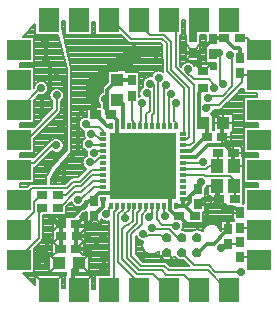
<source format=gtl>
G04 DipTrace 2.4.0.2*
%INSTM32.gtl*%
%MOIN*%
%ADD13C,0.008*%
%ADD14C,0.0118*%
%ADD15C,0.012*%
%ADD16C,0.007*%
%ADD18R,0.0669X0.08*%
%ADD19R,0.08X0.0669*%
%ADD20R,0.0433X0.0394*%
%ADD21R,0.0354X0.0276*%
%ADD22R,0.0394X0.0433*%
%ADD23R,0.0276X0.0354*%
%ADD24R,0.0354X0.0295*%
%ADD31R,0.0217X0.0118*%
%ADD32R,0.0118X0.0217*%
%ADD33R,0.2205X0.2205*%
%ADD34C,0.028*%
%ADD36R,0.0433X0.0472*%
%ADD37C,0.028*%
%FSLAX44Y44*%
G04*
G70*
G90*
G75*
G01*
%LNTop*%
%LPD*%
X10913Y5445D2*
D13*
X11240D1*
X11323Y5528D1*
X8298Y6342D2*
Y6398D1*
X8373Y6323D1*
Y6558D1*
X8367Y6552D1*
Y6728D1*
X8388D1*
X10913Y5445D2*
X10811D1*
X10687Y5322D1*
X7797Y9386D2*
Y9501D1*
X7705Y9593D1*
Y10398D1*
X11323Y5017D2*
X11857D1*
X11937Y4937D1*
X6937Y3937D2*
X7105D1*
Y6513D1*
X7213Y6620D1*
Y6722D1*
X7207Y6728D1*
X7404D2*
Y6608D1*
X7250Y6454D1*
Y4867D1*
X7947Y4171D1*
Y3947D1*
X7937Y3937D1*
X7797Y6728D2*
Y6610D1*
X7734Y6547D1*
Y6218D1*
X7592Y6076D1*
X7523D1*
X7394Y5947D1*
Y4943D1*
X7895Y4442D1*
X8432D1*
X8937Y3937D1*
X3937Y4937D2*
Y5004D1*
X4603Y5670D1*
Y6481D1*
X4729Y6607D1*
Y6673D1*
X3937Y5937D2*
Y6035D1*
X4442Y6540D1*
Y6843D1*
X4680Y7081D1*
X4732D1*
X5244D2*
X5505D1*
X5807Y7383D1*
X6020D1*
X6386Y7749D1*
X6752D1*
X6764Y7762D1*
X5241Y6673D2*
X5305D1*
X5815Y7184D1*
X6022D1*
X6409Y7571D1*
X6758D1*
X6764Y7565D1*
X8191Y6728D2*
Y6589D1*
X8034Y6432D1*
Y6118D1*
X7695Y5779D1*
Y5059D1*
X8026Y4727D1*
X8789D1*
X8936Y4580D1*
X10237D1*
X10880Y3937D1*
X10937D1*
X7994Y6728D2*
Y6602D1*
X7891Y6499D1*
Y6173D1*
X7547Y5829D1*
Y4999D1*
X7965Y4582D1*
X8721D1*
X8865Y4438D1*
X9436D1*
X9937Y3937D1*
X9421Y8352D2*
D14*
X9590D1*
D15*
X9854D1*
X10261Y8759D1*
X10836D1*
X11100Y8495D1*
X10836Y8759D2*
Y8907D1*
X10724Y9019D1*
Y9451D1*
X10765Y9492D1*
X11100Y8495D2*
Y8081D1*
X11114Y8068D1*
X10562Y7398D2*
Y7026D1*
X10626Y6962D1*
X9902Y6793D2*
X10071Y6962D1*
X10626D1*
Y6770D1*
X10723Y6673D1*
X10793D1*
X11148D1*
X11318Y6503D1*
X8979Y6728D2*
D14*
Y6584D1*
D15*
X9167Y6396D1*
X9289D1*
X9597Y6087D1*
X10073D1*
X10354Y6368D1*
X10913D1*
Y5957D1*
Y6261D1*
X10230D1*
Y6729D1*
X10166Y6793D1*
X9902D1*
X10899Y8795D2*
X10836Y8759D1*
X10517Y6747D2*
X10623Y6853D1*
X10562D1*
X10626Y6917D1*
Y6962D1*
X10562Y7398D2*
X10623Y6853D1*
X8979Y6728D2*
Y7024D1*
X9052Y7098D1*
X10793Y6703D2*
Y6673D1*
X9871Y5169D2*
X9917D1*
X10216Y5469D1*
X10457D1*
X10655Y5667D1*
Y5699D1*
X10913Y5957D1*
X10765Y9492D2*
Y9526D1*
X10488Y9803D1*
X7705Y10909D2*
X7237D1*
X7222Y10923D1*
X7020Y9779D2*
X6899D1*
Y10600D1*
X7222Y10923D1*
X7207Y9386D2*
D14*
Y9592D1*
D15*
X7020Y9779D1*
X5339Y5295D2*
Y5708D1*
X5356Y5725D1*
Y6126D1*
X5353D1*
Y6311D1*
X5441Y6399D1*
X5776D1*
X6282Y6905D1*
X6453D1*
Y7005D1*
X6618Y7171D1*
X6764D1*
X5339Y5295D2*
Y6008D1*
X5047Y6301D1*
X6821Y10292D2*
Y9978D1*
X7020Y9779D1*
X7207Y9386D2*
D14*
Y9024D1*
D15*
Y8925D1*
X8077Y8056D1*
Y8371D1*
X4866Y4911D2*
X4603D1*
X4573Y4881D1*
X5394Y6323D2*
Y6311D1*
X5353D1*
X8077Y8056D2*
X7757Y8055D1*
X4573Y4881D2*
Y5171D1*
X4659Y5258D1*
X4875D1*
Y5635D1*
X4879Y5639D1*
X4719Y9852D2*
Y10309D1*
X4976Y10566D1*
Y11271D1*
Y11467D1*
X4851Y11593D1*
Y12128D1*
X4825Y12154D1*
X4976Y11271D2*
X5045D1*
X5490Y10826D1*
Y9554D1*
X5345Y9409D1*
X4872Y7970D2*
X4879D1*
X5519Y8611D1*
Y9236D1*
X5345Y9409D1*
X6764Y7171D2*
D14*
X6932D1*
D15*
X7207D1*
X8093Y8057D1*
X8585Y6728D2*
D13*
Y6583D1*
X8560Y6558D1*
Y6276D1*
X8733Y6103D1*
X9193D1*
Y6054D1*
X10605Y11812D2*
X10657D1*
Y10785D1*
X10760D1*
X10605Y11812D2*
X10442D1*
X10411Y11781D1*
X8782Y6728D2*
Y6411D1*
X8805Y6388D1*
X9753Y12343D2*
Y12753D1*
X9937Y12937D1*
X10446Y10643D2*
Y10641D1*
X10411Y10606D1*
Y10804D1*
X10272Y10942D1*
X9776D1*
X9533Y11186D1*
Y11282D1*
X9580D1*
X11327Y11142D2*
Y11101D1*
X11773D1*
X11937Y10937D1*
X6764Y8352D2*
X6649D1*
X6475Y8178D1*
X6309D1*
X10200Y9982D2*
Y10078D1*
X10612D1*
X11384Y10850D1*
Y11199D1*
X11327Y11142D1*
X11301Y12312D2*
X11562D1*
X11937Y11937D1*
X7601Y6728D2*
Y6607D1*
X7456Y6462D1*
Y6325D1*
X7493D1*
X10252Y10320D2*
X10199D1*
Y10399D1*
X10736D1*
X11058Y10722D1*
Y11680D1*
X10970Y11768D1*
X8191Y9386D2*
Y9794D1*
X8304Y9907D1*
Y10486D1*
X8206D1*
X5207Y10411D2*
Y9935D1*
X4209Y8937D1*
X3937D1*
X7994Y9386D2*
Y9526D1*
X8031Y9563D1*
Y10130D1*
X8058Y10158D1*
X3937Y7937D2*
Y8146D1*
X4438D1*
X5108Y8815D1*
X5128D1*
X5200Y8744D1*
X9421Y8155D2*
X10035D1*
X10079Y8199D1*
X11318Y5991D2*
X11883D1*
X11937Y5937D1*
X11352Y4522D2*
X10497D1*
X10271Y4748D1*
X9792D1*
X9371Y5169D1*
X9421Y8746D2*
X9651D1*
X9773Y8868D1*
Y10746D1*
X9171Y11347D1*
Y13171D1*
X8937Y12937D1*
X9421Y8943D2*
X9543D1*
X9632Y9032D1*
Y10662D1*
X9024Y11270D1*
Y12201D1*
X8792Y12433D1*
X8320D1*
X7937Y12816D1*
Y12937D1*
X9421Y9139D2*
X9438D1*
Y10652D1*
X8877Y11213D1*
Y12142D1*
X8729Y12290D1*
X7700D1*
X6954Y13035D1*
Y12920D1*
X6937Y12937D1*
X9175Y9386D2*
Y9509D1*
X9129Y9555D1*
Y10162D1*
X9194D1*
X8979Y9386D2*
X8946D1*
Y10456D1*
X9023D1*
X8782Y9386D2*
Y10742D1*
X8835D1*
X8585Y9386D2*
X8594D1*
Y11000D1*
X8604D1*
X8388Y9386D2*
Y9753D1*
X8447Y9812D1*
Y10807D1*
X8320D1*
X4690Y10652D2*
X4652D1*
X3937Y9937D1*
X9421Y7762D2*
X10153D1*
Y7730D1*
D16*
X10977D1*
D13*
X11114Y7594D1*
Y7398D1*
X11138Y6962D2*
Y7374D1*
X11114Y7398D1*
X9421Y7958D2*
X10183D1*
X10295Y8070D1*
X10560D1*
X10562Y8068D1*
X10588Y8495D2*
Y8094D1*
X10562Y8068D1*
X6764Y8746D2*
X6323D1*
X6278Y8791D1*
X6764Y8549D2*
X6501D1*
X6445Y8493D1*
X6764Y9139D2*
Y9239D1*
X6628Y9375D1*
X6255D1*
X6167Y9462D1*
X6764Y8943D2*
X6650D1*
X6463Y9130D1*
X6352D1*
X7010Y6728D2*
X7018D1*
X6963Y6673D1*
Y6551D1*
X6862Y6450D1*
X9371Y5669D2*
X9234D1*
X8942Y5962D1*
X8425D1*
Y6003D1*
X8286D1*
X8278Y5995D1*
X8379D1*
X6764Y7368D2*
X6437D1*
X5983Y6914D1*
X5856D1*
Y6925D1*
X5930D1*
X8871Y5669D2*
X8915Y5713D1*
X8448Y5752D1*
G02X8093Y5735I-239J1265D01*
G01*
X8080Y5807D1*
X3937Y6937D2*
X3997D1*
X4392Y7331D1*
X5543D1*
X5745Y7534D1*
X5971D1*
X6376Y7939D1*
X6764D1*
Y7958D1*
X7404Y9386D2*
D14*
Y9554D1*
D15*
Y10113D1*
X7262Y10254D1*
X7222D1*
X10068Y11223D2*
X9995D1*
Y11717D1*
X9881Y11831D1*
X9753D1*
Y11870D1*
X9988D1*
X10411Y12293D1*
X10430Y12312D1*
X10790D1*
X7010Y9386D2*
D14*
X6891D1*
D15*
Y9396D1*
X6508Y9779D1*
X9175Y6728D2*
D14*
X9294D1*
D15*
X9521D1*
X9642Y6848D1*
Y7044D1*
X9902Y7305D1*
X9421Y6974D2*
D14*
Y6855D1*
D15*
Y6782D1*
X9801Y6403D1*
Y6396D1*
X5851Y5295D2*
Y5708D1*
X5868Y5725D1*
Y6126D1*
X5865D1*
Y6055D1*
X6194D1*
X6453Y6313D1*
Y6393D1*
Y6412D1*
X6742Y6701D1*
Y6952D1*
D14*
X6764Y6974D1*
X5851Y5295D2*
D15*
Y6101D1*
X6117Y6367D1*
X9753Y11831D2*
X9509D1*
X9414Y11926D1*
X10016Y7517D2*
Y7419D1*
X9902Y7305D1*
X8055Y5047D2*
D13*
X8748D1*
X8871Y5169D1*
X5831Y4563D2*
D15*
X5755Y4488D1*
Y3937D1*
X5937D1*
X6508Y9779D2*
X6472D1*
Y9927D1*
Y10794D1*
X6940Y11262D1*
X7227D1*
X7759Y11794D1*
X10790Y12312D2*
Y12309D1*
X11108Y11991D1*
X11268D1*
X11318Y11942D1*
Y11663D1*
X11327Y11654D1*
X5868Y5725D2*
X6212D1*
X6217Y5720D1*
X5851Y5295D2*
X6135D1*
X6321Y5109D1*
X9421Y6974D2*
D14*
X9572D1*
D15*
X9642Y7044D1*
X6321Y5109D2*
X6642D1*
X6781Y4970D1*
X6321Y5109D2*
Y5260D1*
X6757Y5696D1*
X5446Y7599D2*
Y8088D1*
X5902Y8543D1*
Y9771D1*
X6136Y10005D1*
X6394D1*
X6472Y9927D1*
X5144Y7610D2*
X5207D1*
Y7849D1*
X5446Y8088D1*
X7759Y11794D2*
X8494D1*
X8507Y11808D1*
X9421Y8549D2*
D14*
X9603D1*
D15*
X9693D1*
X10163Y9019D1*
X10212D1*
Y9376D1*
X10096Y9492D1*
X9939D1*
Y10508D1*
X10113Y10682D1*
X10057D1*
X10068Y10671D1*
D37*
X10517Y6747D3*
X10079Y8199D3*
X8805Y6388D3*
X9193Y6054D3*
X7493Y6325D3*
X9194Y10162D3*
X9023Y10456D3*
X8835Y10742D3*
X8604Y11000D3*
X8320Y10807D3*
X8206Y10486D3*
X8058Y10158D3*
X5200Y8744D3*
X5207Y10411D3*
X6862Y6450D3*
X5047Y6301D3*
X4872Y7970D3*
X5446Y7599D3*
X8507Y11808D3*
X6117Y6367D3*
X6821Y10292D3*
X5930Y6925D3*
X6167Y9462D3*
X6352Y9130D3*
X6278Y8791D3*
X6445Y8493D3*
X6309Y8178D3*
X10687Y5322D3*
X8298Y6342D3*
X6321Y5109D3*
X6217Y5720D3*
X4690Y10652D3*
X10200Y9982D3*
X10970Y11768D3*
X8379Y5995D3*
X10016Y7517D3*
X6754Y4635D3*
X4866Y4911D3*
X6781Y4970D3*
X10899Y8795D3*
X9414Y11926D3*
X7759Y11794D3*
X10252Y10320D3*
X6757Y5696D3*
X4879Y5639D3*
X9580Y11282D3*
X10446Y10643D3*
X10605Y11812D3*
X10760Y10785D3*
X6481Y6075D3*
X4659Y5258D3*
X10488Y9803D3*
X4573Y4881D3*
X5394Y6323D3*
X5144Y7610D3*
X10793Y6703D3*
X8080Y5807D3*
X11352Y4522D3*
X8055Y5047D3*
X5831Y4563D3*
X4719Y9852D3*
X5345Y9409D3*
X4825Y12154D3*
X4851Y11593D3*
X6075Y6460D2*
D13*
X6203D1*
X6007Y6382D2*
X6203D1*
X6153Y6303D2*
X6203D1*
X6153Y6224D2*
X6203D1*
X6702D2*
X6764D1*
X6153Y6145D2*
X6203D1*
X6702D2*
X6954D1*
X6153Y6067D2*
X6954D1*
X6153Y5988D2*
X6954D1*
X6157Y5909D2*
X6954D1*
X6157Y5831D2*
X6954D1*
X6157Y5752D2*
X6954D1*
X6157Y5673D2*
X6954D1*
X6157Y5595D2*
X6954D1*
X6157Y5516D2*
X6954D1*
X6139Y5437D2*
X6954D1*
X6139Y5359D2*
X6954D1*
X6139Y5280D2*
X6954D1*
X6139Y5201D2*
X6954D1*
X6133Y5123D2*
X6954D1*
X6272Y5044D2*
X6954D1*
X6280Y4965D2*
X6954D1*
X6280Y4886D2*
X6954D1*
X6280Y4808D2*
X6954D1*
X6280Y4729D2*
X6954D1*
X6280Y4650D2*
X6954D1*
X6274Y4572D2*
X6954D1*
X5712Y4493D2*
X6954D1*
X6383Y4414D2*
X6491D1*
X6383Y4336D2*
X6491D1*
X6383Y4257D2*
X6491D1*
X6383Y4178D2*
X6491D1*
X6383Y4100D2*
X6491D1*
X6383Y4021D2*
X6491D1*
X6273Y4993D2*
X6272Y4592D1*
X6262Y4561D1*
X6243Y4535D1*
X6218Y4516D1*
X6188Y4506D1*
X6162Y4504D1*
X5721Y4506D1*
X5704Y4510D1*
Y4440D1*
X5915D1*
X6375D1*
Y3972D1*
X6498D1*
X6499Y4234D1*
Y4440D1*
X6963D1*
X6962Y4737D1*
X6961Y6228D1*
X6924Y6215D1*
X6884Y6208D1*
X6844D1*
X6805Y6214D1*
X6767Y6226D1*
X6732Y6245D1*
X6694Y6276D1*
Y6113D1*
X6212D1*
Y6514D1*
X6094Y6486D1*
X6015Y6407D1*
X5993Y6367D1*
X6145D1*
Y5965D1*
X6149Y5966D1*
Y5484D1*
X6119Y5483D1*
X6130Y5453D1*
X6132Y5409D1*
X6130Y5141D1*
X6121Y5111D1*
X6117Y5104D1*
X6186Y5103D1*
X6216Y5093D1*
X6242Y5075D1*
X6261Y5049D1*
X6271Y5019D1*
X6273Y4993D1*
X5953Y4804D2*
X6239Y4532D1*
Y5077D2*
X5953Y4804D1*
X6453Y6393D2*
X6694Y6113D1*
X6453Y6393D2*
X6212Y6113D1*
X6145Y6367D2*
X5865Y6126D1*
X5868Y5725D2*
X6148Y5484D1*
Y5965D2*
X5868Y5725D1*
X5851Y5295D2*
X6094Y5077D1*
Y5513D2*
X5851Y5295D1*
X6375Y4440D2*
X5937Y3937D1*
X7747Y12072D2*
X7806D1*
X7646Y11994D2*
X7885D1*
X7545Y11915D2*
X7964D1*
X7444Y11836D2*
X8043D1*
X7342Y11758D2*
X8055D1*
X7242Y11679D2*
X7965D1*
X7141Y11600D2*
X7876D1*
X7040Y11522D2*
X7786D1*
X6939Y11443D2*
X7698D1*
X6837Y11364D2*
X7608D1*
X6737Y11285D2*
X7518D1*
X6636Y11207D2*
X6914D1*
X6535Y11128D2*
X6914D1*
X6434Y11049D2*
X6914D1*
X6332Y10971D2*
X6914D1*
X6232Y10892D2*
X6914D1*
X6216Y10813D2*
X6874D1*
X6216Y10735D2*
X6795D1*
X6216Y10656D2*
X6738D1*
X6216Y10577D2*
X6728D1*
X6216Y10499D2*
X6685D1*
X6216Y10420D2*
X6606D1*
X6251Y10341D2*
X6575D1*
X6339Y10263D2*
X6571D1*
X6372Y10184D2*
X6595D1*
X6379Y10105D2*
X6650D1*
X6357Y10026D2*
X6650D1*
X6962Y11243D2*
X7479D1*
X8099Y11789D1*
X8007Y11880D1*
X7782Y12105D1*
X6205Y10877D1*
X6208Y10857D1*
Y10356D1*
X6255Y10335D1*
X6288Y10311D1*
X6316Y10282D1*
X6338Y10250D1*
X6356Y10213D1*
X6367Y10175D1*
X6371Y10127D1*
X6368Y10088D1*
X6358Y10049D1*
X6346Y10020D1*
X6658D1*
Y10111D1*
X6631Y10140D1*
X6609Y10173D1*
X6592Y10209D1*
X6582Y10248D1*
X6578Y10288D1*
X6580Y10328D1*
X6590Y10366D1*
X6605Y10403D1*
X6626Y10437D1*
X6653Y10467D1*
X6684Y10492D1*
X6718Y10512D1*
X6736Y10519D1*
Y10600D1*
X6741Y10640D1*
X6755Y10677D1*
X6784Y10715D1*
X6922Y10854D1*
Y11243D1*
X6962D1*
X9382Y12838D2*
X9491D1*
X9382Y12759D2*
X9491D1*
X9382Y12680D2*
X9491D1*
X9382Y12602D2*
X9491D1*
X9382Y12523D2*
X9491D1*
X9382Y12444D2*
X9491D1*
X9322Y12365D2*
X9505D1*
X10002D2*
X10163D1*
X9322Y12287D2*
X9505D1*
X10002D2*
X10163D1*
X9322Y12208D2*
X9505D1*
X10002D2*
X10163D1*
X9322Y12129D2*
X9505D1*
X10002D2*
X10163D1*
X9322Y12051D2*
X9505D1*
X10002D2*
X10163D1*
X9322Y11972D2*
X9505D1*
X10002D2*
X10163D1*
X9322Y11893D2*
X9505D1*
X10002D2*
X10163D1*
X9322Y11815D2*
X9505D1*
X10002D2*
X10163D1*
X9322Y11736D2*
X9505D1*
X10002D2*
X10163D1*
X9322Y11657D2*
X9505D1*
X10002D2*
X10163D1*
X9322Y11579D2*
X9505D1*
X10002D2*
X10163D1*
X9322Y11500D2*
X9464D1*
X9696D2*
X10506D1*
X9322Y11421D2*
X9373D1*
X10356D2*
X10506D1*
X10356Y11343D2*
X10506D1*
X9375Y12916D2*
Y12434D1*
X9314D1*
X9315Y12171D1*
Y11405D1*
X9353Y11368D1*
X9364Y11394D1*
X9385Y11428D1*
X9412Y11458D1*
X9443Y11483D1*
X9477Y11503D1*
X9515Y11516D1*
X9554Y11524D1*
X9594Y11525D1*
X9633Y11519D1*
X9672Y11507D1*
X9707Y11489D1*
X9739Y11466D1*
X9767Y11437D1*
X9788Y11407D1*
Y11473D1*
X10348D1*
Y11295D1*
X10513Y11294D1*
X10514Y11502D1*
X10212Y11501D1*
X10170D1*
X10171Y12061D1*
X10170Y12068D1*
Y12434D1*
X9994D1*
Y12143D1*
X9993Y12062D1*
X9994Y12055D1*
Y11550D1*
X9512D1*
Y12433D1*
X9499Y12434D1*
Y12915D1*
X9374Y12916D1*
X9788Y11473D2*
X10068Y11223D1*
X10348Y11473D2*
X10068Y11223D1*
X9513Y12111D2*
X9994Y11551D1*
Y12111D2*
X9513Y11551D1*
X10411Y12293D2*
X10170Y12012D1*
X10151Y7271D2*
X10235D1*
X10151Y7193D2*
X10235D1*
X10151Y7114D2*
X10235D1*
X10151Y7035D2*
X10338D1*
X10151Y6957D2*
X10338D1*
X10151Y6878D2*
X10338D1*
X10151Y6799D2*
X10338D1*
X10151Y6720D2*
X11078D1*
X10151Y6642D2*
X11070D1*
X10151Y6563D2*
X11070D1*
X10089Y6484D2*
X11070D1*
X10089Y6406D2*
X11070D1*
X10089Y6327D2*
X11070D1*
X10089Y6248D2*
X11105D1*
X10089Y6170D2*
X10665D1*
X9441Y6091D2*
X10213D1*
X10528D2*
X10665D1*
X9441Y6012D2*
X10120D1*
X10622D2*
X10665D1*
X9412Y5934D2*
X9777D1*
X9964D2*
X10075D1*
X11077Y6334D2*
X11079Y6696D1*
X11084Y6717D1*
X11086Y6721D1*
X10857Y6722D1*
X10850Y6721D1*
X10346D1*
Y7059D1*
X10243D1*
Y7428D1*
X10231Y7402D1*
X10209Y7368D1*
X10182Y7339D1*
X10143Y7310D1*
X10142Y7024D1*
X10143Y7017D1*
Y6512D1*
X10081D1*
Y6155D1*
X9520Y6156D1*
X9513Y6155D1*
X9414D1*
X9431Y6102D1*
X9436Y6054D1*
X9432Y6014D1*
X9423Y5976D1*
X9398Y5925D1*
X9424Y5922D1*
X9467Y5908D1*
X9507Y5888D1*
X9515Y5882D1*
X9690Y5880D1*
X9723Y5904D1*
X9766Y5927D1*
X9812Y5941D1*
X9860Y5947D1*
X9908Y5945D1*
X9956Y5934D1*
X10000Y5915D1*
X10041Y5889D1*
X10057Y5876D1*
X10067Y5884D1*
X10078Y5923D1*
X10094Y5959D1*
X10114Y5994D1*
X10139Y6025D1*
X10167Y6053D1*
X10199Y6078D1*
X10234Y6098D1*
X10271Y6113D1*
X10309Y6123D1*
X10349Y6129D1*
X10389D1*
X10429Y6124D1*
X10467Y6114D1*
X10504Y6099D1*
X10539Y6080D1*
X10571Y6056D1*
X10600Y6028D1*
X10625Y5997D1*
X10646Y5963D1*
X10662Y5926D1*
X10672Y5893D1*
Y6237D1*
X11105Y6239D1*
X11110Y6251D1*
X11090Y6276D1*
X11079Y6306D1*
X11077Y6334D1*
Y6503D2*
X11318D1*
X9902Y6793D2*
X10143D1*
X10626Y6962D2*
Y6721D1*
X10346Y6962D2*
X10626D1*
X10913Y6237D2*
Y5957D1*
X10672D2*
X10913D1*
X10243Y7398D2*
X10562D1*
X6158Y6821D2*
X6204D1*
X5584Y6742D2*
X5762D1*
X6099D2*
X6204D1*
X5529Y6663D2*
X6144D1*
X5529Y6585D2*
X5950D1*
X5529Y6506D2*
X5899D1*
X4760Y6427D2*
X5852D1*
X4754Y6349D2*
X5065D1*
X4754Y6270D2*
X5065D1*
X4754Y6191D2*
X5065D1*
X4754Y6113D2*
X5065D1*
X4754Y6034D2*
X5065D1*
X4754Y5955D2*
X5065D1*
X4754Y5876D2*
X5068D1*
X4754Y5798D2*
X5068D1*
X4754Y5719D2*
X5068D1*
X4751Y5640D2*
X5068D1*
X4705Y5562D2*
X5068D1*
X4626Y5483D2*
X5064D1*
X4548Y5404D2*
X5052D1*
X4470Y5326D2*
X5052D1*
X4448Y5247D2*
X5052D1*
X4448Y5168D2*
X5052D1*
X4448Y5090D2*
X5007D1*
X4448Y5011D2*
X4957D1*
X4448Y4932D2*
X4957D1*
X4448Y4854D2*
X4957D1*
X4448Y4775D2*
X4957D1*
X4448Y4696D2*
X4957D1*
X4448Y4617D2*
X4957D1*
X4448Y4539D2*
X4983D1*
X4131Y4460D2*
X5517D1*
X4213Y4381D2*
X4492D1*
X5383D2*
X5488D1*
X4294Y4303D2*
X4492D1*
X5383D2*
X5483D1*
X4375Y4224D2*
X4492D1*
X5383D2*
X5484D1*
X5383Y4145D2*
X5485D1*
X5383Y4067D2*
X5487D1*
X5389Y3988D2*
X5488D1*
X5492Y4504D2*
X5051Y4506D1*
X5021Y4515D1*
X4995Y4534D1*
X4976Y4559D1*
X4966Y4590D1*
X4964Y4616D1*
X4965Y5017D1*
X4975Y5048D1*
X4994Y5073D1*
X5019Y5093D1*
X5049Y5103D1*
X5071Y5104D1*
X5068Y5114D1*
X5060Y5145D1*
X5059Y5349D1*
X5060Y5449D1*
X5070Y5479D1*
X5076Y5492D1*
Y5885D1*
X5073D1*
Y6367D1*
X5574D1*
X5586Y6377D1*
X5606Y6383D1*
X5627D1*
X5639Y6389D1*
X5682Y6398D1*
X5830Y6399D1*
X5854Y6419D1*
X5944Y6566D1*
X5971Y6596D1*
X6009Y6613D1*
X6124Y6640D1*
X6212Y6712D1*
Y6941D1*
X6171Y6900D1*
X6160Y6846D1*
X6144Y6809D1*
X6122Y6776D1*
X6096Y6746D1*
X6064Y6722D1*
X6029Y6703D1*
X5991Y6689D1*
X5952Y6682D1*
X5912D1*
X5873Y6688D1*
X5835Y6701D1*
X5799Y6720D1*
X5767Y6744D1*
X5740Y6773D1*
X5718Y6806D1*
X5701Y6842D1*
X5696Y6863D1*
X5549Y6715D1*
X5522Y6687D1*
X5521Y6432D1*
X4961Y6433D1*
X4930Y6432D1*
X4756D1*
X4746Y6401D1*
Y5670D1*
X4741Y5630D1*
X4724Y5593D1*
X4733Y5609D1*
X4704Y5568D1*
X4440Y5304D1*
Y4499D1*
X4084Y4498D1*
X4499Y4097D1*
Y4440D1*
X5375D1*
Y3989D1*
X5495Y3987D1*
X5490Y4344D1*
X5499Y4394D1*
Y4440D1*
X5523D1*
X5533Y4510D1*
X5512Y4505D1*
X5492Y4504D1*
X4998Y5077D2*
X5284Y4804D1*
X4998Y4532D1*
X5073Y6367D2*
X5353Y6126D1*
X5073Y5885D1*
X5356Y5725D2*
X5076Y5484D1*
X5097Y5513D2*
X5339Y5295D1*
X5097Y5077D1*
X4499Y4440D2*
X4937Y3937D1*
X5375Y4440D2*
X4937Y3937D1*
X7845Y5647D2*
X7890D1*
X7845Y5568D2*
X8028D1*
X7845Y5489D2*
X8061D1*
X7845Y5410D2*
X8053D1*
X7845Y5332D2*
X8066D1*
X7845Y5253D2*
X8101D1*
X7845Y5174D2*
X8172D1*
X7868Y5096D2*
X8616D1*
X7947Y5017D2*
X8654D1*
X9087D2*
X9154D1*
X8025Y4938D2*
X8748D1*
X8993D2*
X9248D1*
X8850Y4860D2*
X9469D1*
X8945Y4781D2*
X9548D1*
X9185Y4990D2*
X9167Y5010D1*
X9161Y5020D1*
X9081D1*
X9062Y4997D1*
X9030Y4966D1*
X8992Y4941D1*
X8950Y4924D1*
X8907Y4914D1*
X8862Y4911D1*
X8817Y4917D1*
X8774Y4930D1*
X8734Y4950D1*
X8698Y4977D1*
X8667Y5010D1*
X8643Y5048D1*
X8625Y5089D1*
X8615Y5133D1*
X8613Y5178D1*
X8618Y5223D1*
X8623Y5239D1*
X8593Y5202D1*
X8563Y5176D1*
X8530Y5153D1*
X8494Y5135D1*
X8457Y5121D1*
X8418Y5113D1*
X8378Y5109D1*
X8338Y5111D1*
X8299Y5118D1*
X8260Y5129D1*
X8224Y5146D1*
X8190Y5167D1*
X8159Y5192D1*
X8132Y5221D1*
X8108Y5254D1*
X8089Y5289D1*
X8075Y5326D1*
X8065Y5365D1*
X8061Y5405D1*
X8062Y5445D1*
X8067Y5484D1*
X8078Y5523D1*
X8097Y5565D1*
X8063Y5564D1*
X8023Y5571D1*
X7985Y5583D1*
X7950Y5602D1*
X7918Y5626D1*
X7891Y5655D1*
X7868Y5688D1*
X7854Y5719D1*
X7838Y5699D1*
Y5117D1*
X8085Y4871D1*
X8789D1*
X8828Y4865D1*
X8865Y4848D1*
X8849Y4857D1*
X8890Y4829D1*
X8995Y4723D1*
X9615D1*
X9421Y4916D1*
X9380Y4911D1*
X9335Y4914D1*
X9291Y4924D1*
X9250Y4941D1*
X9212Y4966D1*
X9185Y4990D1*
X8871Y5169D2*
X9053Y4987D1*
X8871Y5169D2*
X8689Y4987D1*
X11305Y10560D2*
X11426D1*
X11227Y10482D2*
X11892D1*
X11148Y10403D2*
X11893D1*
X11069Y10324D2*
X11426D1*
X10990Y10246D2*
X11426D1*
X10912Y10167D2*
X11426D1*
X10833Y10088D2*
X11426D1*
X10754Y10010D2*
X11426D1*
X10445Y9931D2*
X11426D1*
X10413Y9852D2*
X11426D1*
X11093Y9774D2*
X11426D1*
X11093Y9695D2*
X11426D1*
X11093Y9616D2*
X11426D1*
X11093Y9537D2*
X11426D1*
X11093Y9459D2*
X11896D1*
X11093Y9380D2*
X11896D1*
X11093Y9301D2*
X11426D1*
X11093Y9223D2*
X11426D1*
X11012Y9144D2*
X11426D1*
X11012Y9065D2*
X11426D1*
X11012Y8987D2*
X11426D1*
X11012Y8908D2*
X11426D1*
X11012Y8829D2*
X11426D1*
X10372Y8751D2*
X11426D1*
X11380Y8672D2*
X11426D1*
X11388Y8436D2*
X11898D1*
X11442Y7492D2*
X11902D1*
X11442Y7413D2*
X11902D1*
X11417Y6783D2*
X11433D1*
X11418Y6803D1*
Y6784D1*
X11434Y6819D1*
Y7375D1*
X11910D1*
X11909Y7500D1*
X11640Y7499D1*
X11434D1*
Y8375D1*
X11908D1*
X11906Y8500D1*
X11680Y8499D1*
X11434D1*
Y9375D1*
X11903D1*
Y9500D1*
X11680Y9499D1*
X11434D1*
Y10375D1*
X11900D1*
Y10500D1*
X11680Y10499D1*
X11434D1*
Y10618D1*
X11360Y10624D1*
X11174Y10437D1*
X10714Y9977D1*
X10682Y9953D1*
X10643Y9938D1*
X10661Y9944D1*
X10612Y9935D1*
X10439D1*
X10430Y9904D1*
X10414Y9867D1*
X10392Y9834D1*
X10365Y9804D1*
X10350Y9793D1*
X10415Y9792D1*
Y9261D1*
X10445Y9260D1*
Y9792D1*
X11085D1*
Y9192D1*
X11004D1*
Y8778D1*
X10353D1*
X10371Y8727D1*
X10411Y8736D1*
X10765D1*
X10804Y8728D1*
X10837Y8707D1*
X10848Y8703D1*
X10873Y8723D1*
X10903Y8734D1*
X10947Y8736D1*
X11293Y8735D1*
X11324Y8725D1*
X11349Y8706D1*
X11368Y8681D1*
X11379Y8651D1*
X11380Y8625D1*
Y8407D1*
X11433D1*
Y7059D1*
X11417D1*
X11418Y6883D1*
Y6803D1*
X10765Y9792D2*
Y9492D1*
X10445D2*
X11084D1*
X10724Y9019D2*
Y8779D1*
Y9019D2*
X11004D1*
X11100Y8736D2*
Y8495D1*
X11380D1*
X11114Y8068D2*
X11433D1*
X5383Y12822D2*
X5491D1*
X6383D2*
X6491D1*
X5383Y12743D2*
X5491D1*
X6383D2*
X6491D1*
X5383Y12664D2*
X5491D1*
X6383D2*
X6491D1*
X5401Y12586D2*
X5491D1*
X6383D2*
X6491D1*
X5419Y12507D2*
X5491D1*
X6383D2*
X6491D1*
X5437Y12428D2*
X7351D1*
X5456Y12349D2*
X7430D1*
X5474Y12271D2*
X7508D1*
X5492Y12192D2*
X7587D1*
X5511Y12113D2*
X8695D1*
X5528Y12035D2*
X8726D1*
X5547Y11956D2*
X8726D1*
X5566Y11877D2*
X8726D1*
X5583Y11799D2*
X8726D1*
X5602Y11720D2*
X8726D1*
X5619Y11641D2*
X8726D1*
X5638Y11563D2*
X8726D1*
X5657Y11484D2*
X8726D1*
X5674Y11405D2*
X8726D1*
X5693Y11327D2*
X8726D1*
X5696Y11248D2*
X8726D1*
X5696Y11169D2*
X6915D1*
X7953D2*
X8421D1*
X5696Y11090D2*
X6915D1*
X7953D2*
X8370D1*
X5696Y11012D2*
X6915D1*
X7953D2*
X8181D1*
X5694Y10933D2*
X6915D1*
X7953D2*
X8105D1*
X5694Y10854D2*
X6915D1*
X7953D2*
X8073D1*
X5694Y10776D2*
X6836D1*
X7953D2*
X8071D1*
X5694Y10697D2*
X6760D1*
X7953D2*
X8077D1*
X5694Y10618D2*
X6728D1*
X5694Y10540D2*
X6728D1*
X5694Y10461D2*
X6638D1*
X5694Y10382D2*
X6587D1*
X5693Y10304D2*
X6570D1*
X5693Y10225D2*
X6580D1*
X5693Y10146D2*
X6618D1*
X5693Y10068D2*
X6650D1*
X5693Y9989D2*
X6250D1*
X5693Y9910D2*
X6220D1*
X5693Y9831D2*
X6220D1*
X5693Y9753D2*
X6220D1*
X5692Y9674D2*
X6041D1*
X5692Y9595D2*
X5956D1*
X5692Y9517D2*
X5922D1*
X5692Y9438D2*
X5917D1*
X5692Y9359D2*
X5938D1*
X5692Y9281D2*
X5997D1*
X5692Y9202D2*
X6112D1*
X5692Y9123D2*
X6101D1*
X5691Y9045D2*
X6117D1*
X5691Y8966D2*
X6101D1*
X5691Y8887D2*
X6047D1*
X5691Y8809D2*
X6027D1*
X5691Y8730D2*
X6035D1*
X5691Y8651D2*
X6071D1*
X5691Y8572D2*
X6163D1*
X5677Y8494D2*
X6193D1*
X5609Y8415D2*
X6206D1*
X5542Y8336D2*
X6117D1*
X5473Y8258D2*
X6071D1*
X5406Y8179D2*
X6058D1*
X5338Y8100D2*
X6071D1*
X5269Y8022D2*
X6115D1*
X5202Y7943D2*
X6170D1*
X5148Y7864D2*
X6091D1*
X5101Y7786D2*
X6012D1*
X5054Y7707D2*
X5933D1*
X5011Y7628D2*
X5630D1*
X5014Y7550D2*
X5551D1*
X7354Y12434D2*
X6499D1*
Y12865D1*
X6375Y12868D1*
Y12434D1*
X5499D1*
Y12893D1*
X5376Y12897D1*
X5375Y12664D1*
X5687Y11315D1*
X5682Y8523D1*
X5673Y8497D1*
X5171Y7917D1*
X5003Y7633D1*
X5009Y7474D1*
X5483D1*
X5644Y7635D1*
X5676Y7659D1*
X5715Y7674D1*
X5697Y7668D1*
X5745Y7677D1*
X5912D1*
X6196Y7961D1*
X6146Y7997D1*
X6119Y8026D1*
X6097Y8059D1*
X6080Y8095D1*
X6070Y8134D1*
X6066Y8174D1*
X6068Y8213D1*
X6077Y8252D1*
X6093Y8289D1*
X6114Y8323D1*
X6140Y8353D1*
X6171Y8378D1*
X6219Y8403D1*
X6205Y8449D1*
X6201Y8489D1*
X6204Y8529D1*
X6211Y8556D1*
X6147Y8586D1*
X6116Y8610D1*
X6088Y8639D1*
X6066Y8672D1*
X6049Y8709D1*
X6039Y8747D1*
X6035Y8787D1*
X6038Y8827D1*
X6047Y8866D1*
X6062Y8903D1*
X6083Y8936D1*
X6110Y8966D1*
X6148Y8996D1*
X6123Y9048D1*
X6113Y9086D1*
X6109Y9126D1*
X6112Y9166D1*
X6121Y9205D1*
X6128Y9222D1*
X6072Y9238D1*
X6036Y9257D1*
X6005Y9281D1*
X5977Y9310D1*
X5955Y9343D1*
X5938Y9380D1*
X5928Y9418D1*
X5924Y9458D1*
X5927Y9498D1*
X5936Y9537D1*
X5951Y9574D1*
X5972Y9607D1*
X5999Y9637D1*
X6030Y9663D1*
X6064Y9682D1*
X6102Y9696D1*
X6141Y9704D1*
X6181Y9705D1*
X6227Y9697D1*
X6228Y9917D1*
X6235Y9956D1*
X6257Y9989D1*
X6290Y10011D1*
X6331Y10020D1*
X6658D1*
Y10111D1*
X6631Y10140D1*
X6609Y10173D1*
X6592Y10209D1*
X6582Y10248D1*
X6578Y10288D1*
X6580Y10328D1*
X6590Y10366D1*
X6605Y10403D1*
X6626Y10437D1*
X6653Y10467D1*
X6684Y10492D1*
X6718Y10512D1*
X6736Y10519D1*
Y10600D1*
X6741Y10640D1*
X6755Y10677D1*
X6784Y10715D1*
X6922Y10854D1*
Y11243D1*
X7523D1*
Y11189D1*
X7946Y11190D1*
X7945Y10629D1*
X7946Y10598D1*
Y10374D1*
X7983Y10388D1*
X7966Y10442D1*
X7962Y10482D1*
X7965Y10521D1*
X7974Y10560D1*
X7989Y10597D1*
X8011Y10631D1*
X8037Y10661D1*
X8068Y10686D1*
X8100Y10704D1*
X8081Y10763D1*
X8077Y10803D1*
X8080Y10843D1*
X8089Y10882D1*
X8104Y10919D1*
X8125Y10953D1*
X8152Y10983D1*
X8183Y11008D1*
X8217Y11028D1*
X8255Y11041D1*
X8294Y11049D1*
X8334Y11050D1*
X8365Y11046D1*
X8372Y11075D1*
X8388Y11112D1*
X8409Y11146D1*
X8435Y11176D1*
X8466Y11201D1*
X8501Y11221D1*
X8538Y11235D1*
X8578Y11242D1*
X8618Y11243D1*
X8657Y11238D1*
X8695Y11226D1*
X8734Y11206D1*
X8733Y12082D1*
X8670Y12146D1*
X7700D1*
X7661Y12152D1*
X7623Y12169D1*
X7640Y12160D1*
X7599Y12188D1*
X7354Y12433D1*
X4433Y12721D2*
X4492D1*
X4353Y12643D2*
X4492D1*
X4271Y12564D2*
X4492D1*
X4191Y12485D2*
X4492D1*
X4110Y12407D2*
X5252D1*
X4448Y12328D2*
X5272D1*
X4448Y12249D2*
X5292D1*
X4448Y12170D2*
X5310D1*
X4448Y12092D2*
X5330D1*
X4448Y12013D2*
X5350D1*
X4448Y11934D2*
X5370D1*
X4448Y11856D2*
X5390D1*
X4448Y11777D2*
X5409D1*
X4448Y11698D2*
X5429D1*
X4448Y11620D2*
X5449D1*
X4448Y11541D2*
X5469D1*
X3976Y11462D2*
X5489D1*
X3976Y11384D2*
X5508D1*
X4448Y11305D2*
X5528D1*
X4448Y11226D2*
X5528D1*
X4448Y11148D2*
X5528D1*
X4448Y11069D2*
X5528D1*
X4448Y10990D2*
X5528D1*
X4448Y10911D2*
X5528D1*
X4448Y10833D2*
X4520D1*
X4860D2*
X5528D1*
X4919Y10754D2*
X5528D1*
X4940Y10675D2*
X5528D1*
X4935Y10597D2*
X5042D1*
X5371D2*
X5528D1*
X4901Y10518D2*
X4980D1*
X5433D2*
X5528D1*
X4816Y10439D2*
X4958D1*
X5456D2*
X5528D1*
X4571Y10361D2*
X4960D1*
X5453D2*
X5528D1*
X4493Y10282D2*
X4993D1*
X5420D2*
X5528D1*
X4448Y10203D2*
X5055D1*
X5358D2*
X5528D1*
X4448Y10125D2*
X5055D1*
X5358D2*
X5528D1*
X4448Y10046D2*
X5055D1*
X5358D2*
X5528D1*
X4448Y9967D2*
X5029D1*
X5358D2*
X5528D1*
X4448Y9889D2*
X4950D1*
X5350D2*
X5528D1*
X4448Y9810D2*
X4872D1*
X5293D2*
X5528D1*
X4448Y9731D2*
X4793D1*
X5214D2*
X5528D1*
X4448Y9652D2*
X4714D1*
X5135D2*
X5528D1*
X4448Y9574D2*
X4635D1*
X5056D2*
X5528D1*
X3981Y9495D2*
X4557D1*
X4978D2*
X5528D1*
X3981Y9416D2*
X4478D1*
X4899D2*
X5528D1*
X4820Y9338D2*
X5528D1*
X4741Y9259D2*
X5528D1*
X4663Y9180D2*
X5528D1*
X4584Y9102D2*
X5528D1*
X4505Y9023D2*
X5528D1*
X4448Y8944D2*
X5038D1*
X5345D2*
X5528D1*
X4448Y8866D2*
X4948D1*
X5419D2*
X5528D1*
X4448Y8787D2*
X4869D1*
X5448D2*
X5528D1*
X4448Y8708D2*
X4790D1*
X5449D2*
X5528D1*
X4448Y8630D2*
X4712D1*
X5423D2*
X5528D1*
X4448Y8551D2*
X4633D1*
X5356D2*
X5495D1*
X3984Y8472D2*
X4554D1*
X4975D2*
X5425D1*
X3984Y8393D2*
X4475D1*
X4896D2*
X5357D1*
X4818Y8315D2*
X5288D1*
X4739Y8236D2*
X5218D1*
X4660Y8157D2*
X5149D1*
X4581Y8079D2*
X5079D1*
X4448Y8000D2*
X5023D1*
X4448Y7921D2*
X4979D1*
X4448Y7843D2*
X4934D1*
X4448Y7764D2*
X4890D1*
X4448Y7685D2*
X4845D1*
X4448Y7607D2*
X4839D1*
X4448Y7528D2*
X4843D1*
X3986Y7449D2*
X4303D1*
X5254Y12434D2*
X4499D1*
Y12793D1*
X4070Y12374D1*
X4440Y12375D1*
Y11499D1*
X3969D1*
Y11374D1*
X4440Y11375D1*
Y10644D1*
X4459Y10726D1*
X4474Y10763D1*
X4495Y10797D1*
X4522Y10827D1*
X4553Y10852D1*
X4587Y10872D1*
X4625Y10886D1*
X4664Y10894D1*
X4704D1*
X4744Y10889D1*
X4782Y10877D1*
X4817Y10859D1*
X4850Y10835D1*
X4877Y10807D1*
X4900Y10774D1*
X4917Y10738D1*
X4928Y10699D1*
X4933Y10652D1*
X4930Y10612D1*
X4920Y10573D1*
X4904Y10537D1*
X4882Y10503D1*
X4856Y10473D1*
X4824Y10449D1*
X4789Y10430D1*
X4751Y10416D1*
X4712Y10409D1*
X4672D1*
X4622Y10419D1*
X4441Y10238D1*
X4440Y9575D1*
Y9499D1*
X3974D1*
X3973Y9374D1*
X4440Y9375D1*
Y9371D1*
X5063Y9994D1*
Y10216D1*
X5044Y10230D1*
X5017Y10259D1*
X4994Y10293D1*
X4978Y10329D1*
X4967Y10368D1*
X4963Y10407D1*
X4966Y10447D1*
X4975Y10486D1*
X4991Y10523D1*
X5012Y10557D1*
X5038Y10587D1*
X5069Y10612D1*
X5104Y10632D1*
X5141Y10646D1*
X5181Y10653D1*
X5221Y10654D1*
X5260Y10649D1*
X5298Y10637D1*
X5334Y10619D1*
X5366Y10595D1*
X5394Y10566D1*
X5417Y10534D1*
X5434Y10497D1*
X5445Y10459D1*
X5450Y10411D1*
X5447Y10371D1*
X5437Y10333D1*
X5421Y10296D1*
X5399Y10263D1*
X5372Y10233D1*
X5350Y10215D1*
Y9935D1*
X5344Y9895D1*
X5327Y9858D1*
X5336Y9874D1*
X5308Y9834D1*
X4441Y8966D1*
X4440Y8499D1*
X3976D1*
Y8374D1*
X4440Y8375D1*
Y8351D1*
X5007Y8917D1*
X5038Y8941D1*
X5082Y8956D1*
X5135Y8978D1*
X5174Y8985D1*
X5214Y8986D1*
X5254Y8981D1*
X5292Y8969D1*
X5327Y8951D1*
X5360Y8927D1*
X5388Y8899D1*
X5410Y8866D1*
X5428Y8830D1*
X5439Y8791D1*
X5443Y8744D1*
X5440Y8704D1*
X5430Y8665D1*
X5414Y8628D1*
X5393Y8595D1*
X5366Y8565D1*
X5334Y8541D1*
X5299Y8521D1*
X5261Y8508D1*
X5222Y8501D1*
X5182D1*
X5143Y8507D1*
X5105Y8520D1*
X5069Y8538D1*
X5049Y8554D1*
X4540Y8045D1*
X4508Y8021D1*
X4469Y8006D1*
X4487Y8011D1*
X4440Y8003D1*
Y7499D1*
X3976D1*
X3978Y7374D1*
X4233Y7375D1*
X4290Y7433D1*
X4322Y7457D1*
X4361Y7471D1*
X4343Y7466D1*
X4392Y7474D1*
X4855D1*
X4850Y7536D1*
X4846Y7660D1*
X4850Y7680D1*
X5056Y8043D1*
X5537Y8589D1*
X5535Y11308D1*
X5253Y12433D1*
D18*
X8937Y12937D3*
X7937D3*
X6937D3*
X5937D3*
X4937D3*
D19*
X3937Y11937D3*
Y10937D3*
Y9937D3*
Y8937D3*
Y7937D3*
X11937Y4937D3*
Y5937D3*
G36*
X11456Y5814D2*
X11181D1*
Y6168D1*
X11456D1*
Y5814D1*
G37*
G36*
Y6326D2*
X11181D1*
Y6680D1*
X11456D1*
Y6326D1*
G37*
D20*
X10096Y9492D3*
X10765D3*
D21*
X10212Y9019D3*
X10724D3*
D22*
X7222Y10254D3*
Y10923D3*
G36*
X6685Y9917D2*
Y9641D1*
X6331D1*
Y9917D1*
X6685D1*
G37*
G36*
X7197D2*
Y9641D1*
X6843D1*
Y9917D1*
X7197D1*
G37*
D20*
X5952Y4817D3*
X5283D3*
D23*
X6453Y6393D3*
Y6905D3*
D21*
X5865Y6126D3*
X5353D3*
X5868Y5725D3*
X5356D3*
G36*
X6028Y5433D2*
Y5157D1*
X5674D1*
Y5433D1*
X6028D1*
G37*
G36*
X5517D2*
Y5157D1*
X5162D1*
Y5433D1*
X5517D1*
G37*
D21*
X9801Y6396D3*
X9289D3*
D23*
X9902Y7305D3*
Y6793D3*
D21*
X11138Y6962D3*
X10626D3*
G36*
X10765Y8633D2*
Y8357D1*
X10411D1*
Y8633D1*
X10765D1*
G37*
G36*
X11277D2*
Y8357D1*
X10923D1*
Y8633D1*
X11277D1*
G37*
D18*
X9937Y3937D3*
X10937D3*
Y12937D3*
X9937D3*
D19*
X11937Y10937D3*
Y11937D3*
D24*
X10068Y11223D3*
Y10671D3*
D18*
X5937Y3937D3*
X4937D3*
D23*
X9753Y12343D3*
Y11831D3*
X10411Y11781D3*
Y12293D3*
D21*
X10790Y12312D3*
X11301D3*
D23*
X11327Y11654D3*
Y11142D3*
D21*
X5244Y7081D3*
X4732D3*
X5241Y6673D3*
X4729D3*
D23*
X10913Y5445D3*
Y5957D3*
X7705Y10398D3*
Y10909D3*
X11323Y5017D3*
Y5528D3*
D19*
X11937Y9937D3*
Y8937D3*
Y7937D3*
Y6937D3*
G36*
X9026Y5669D2*
X9023Y5696D1*
X9016Y5722D1*
X9005Y5747D1*
X8989Y5769D1*
X8970Y5788D1*
X8948Y5803D1*
X8924Y5815D1*
X8898Y5822D1*
X8871Y5824D1*
D1*
X8844Y5822D1*
X8818Y5815D1*
X8793Y5803D1*
X8771Y5788D1*
X8752Y5769D1*
X8736Y5747D1*
X8725Y5722D1*
X8718Y5696D1*
X8716Y5669D1*
D1*
X8718Y5642D1*
X8725Y5616D1*
X8736Y5592D1*
X8752Y5570D1*
X8771Y5550D1*
X8793Y5535D1*
X8818Y5524D1*
X8844Y5517D1*
X8871Y5514D1*
D1*
X8898Y5517D1*
X8924Y5524D1*
X8948Y5535D1*
X8970Y5550D1*
X8989Y5570D1*
X9005Y5592D1*
X9016Y5616D1*
X9023Y5642D1*
X9026Y5669D1*
G37*
G36*
X9526D2*
X9523Y5696D1*
X9516Y5722D1*
X9505Y5747D1*
X9489Y5769D1*
X9470Y5788D1*
X9448Y5803D1*
X9424Y5815D1*
X9398Y5822D1*
X9371Y5824D1*
D1*
X9344Y5822D1*
X9318Y5815D1*
X9293Y5803D1*
X9271Y5788D1*
X9252Y5769D1*
X9236Y5747D1*
X9225Y5722D1*
X9218Y5696D1*
X9216Y5669D1*
D1*
X9218Y5642D1*
X9225Y5616D1*
X9236Y5592D1*
X9252Y5570D1*
X9271Y5550D1*
X9293Y5535D1*
X9318Y5524D1*
X9344Y5517D1*
X9371Y5514D1*
D1*
X9398Y5517D1*
X9424Y5524D1*
X9448Y5535D1*
X9470Y5550D1*
X9489Y5570D1*
X9505Y5592D1*
X9516Y5616D1*
X9523Y5642D1*
X9526Y5669D1*
G37*
G36*
X10026D2*
X10023Y5696D1*
X10016Y5722D1*
X10005Y5747D1*
X9989Y5769D1*
X9970Y5788D1*
X9948Y5803D1*
X9924Y5815D1*
X9898Y5822D1*
X9871Y5824D1*
D1*
X9844Y5822D1*
X9818Y5815D1*
X9793Y5803D1*
X9771Y5788D1*
X9752Y5769D1*
X9736Y5747D1*
X9725Y5722D1*
X9718Y5696D1*
X9716Y5669D1*
D1*
X9718Y5642D1*
X9725Y5616D1*
X9736Y5592D1*
X9752Y5570D1*
X9771Y5550D1*
X9793Y5535D1*
X9818Y5524D1*
X9844Y5517D1*
X9871Y5514D1*
D1*
X9898Y5517D1*
X9924Y5524D1*
X9948Y5535D1*
X9970Y5550D1*
X9989Y5570D1*
X10005Y5592D1*
X10016Y5616D1*
X10023Y5642D1*
X10026Y5669D1*
G37*
G36*
Y5169D2*
X10023Y5196D1*
X10016Y5222D1*
X10005Y5247D1*
X9989Y5269D1*
X9970Y5288D1*
X9948Y5303D1*
X9924Y5315D1*
X9898Y5322D1*
X9871Y5324D1*
D1*
X9844Y5322D1*
X9818Y5315D1*
X9793Y5303D1*
X9771Y5288D1*
X9752Y5269D1*
X9736Y5247D1*
X9725Y5222D1*
X9718Y5196D1*
X9716Y5169D1*
D1*
X9718Y5142D1*
X9725Y5116D1*
X9736Y5092D1*
X9752Y5070D1*
X9771Y5050D1*
X9793Y5035D1*
X9818Y5024D1*
X9844Y5017D1*
X9871Y5014D1*
D1*
X9898Y5017D1*
X9924Y5024D1*
X9948Y5035D1*
X9970Y5050D1*
X9989Y5070D1*
X10005Y5092D1*
X10016Y5116D1*
X10023Y5142D1*
X10026Y5169D1*
G37*
G36*
X9526D2*
X9523Y5196D1*
X9516Y5222D1*
X9505Y5247D1*
X9489Y5269D1*
X9470Y5288D1*
X9448Y5303D1*
X9424Y5315D1*
X9398Y5322D1*
X9371Y5324D1*
D1*
X9344Y5322D1*
X9318Y5315D1*
X9293Y5303D1*
X9271Y5288D1*
X9252Y5269D1*
X9236Y5247D1*
X9225Y5222D1*
X9218Y5196D1*
X9216Y5169D1*
D1*
X9218Y5142D1*
X9225Y5116D1*
X9236Y5092D1*
X9252Y5070D1*
X9271Y5050D1*
X9293Y5035D1*
X9318Y5024D1*
X9344Y5017D1*
X9371Y5014D1*
D1*
X9398Y5017D1*
X9424Y5024D1*
X9448Y5035D1*
X9470Y5050D1*
X9489Y5070D1*
X9505Y5092D1*
X9516Y5116D1*
X9523Y5142D1*
X9526Y5169D1*
G37*
G36*
X9026D2*
X9023Y5196D1*
X9016Y5222D1*
X9005Y5247D1*
X8989Y5269D1*
X8970Y5288D1*
X8948Y5303D1*
X8924Y5315D1*
X8898Y5322D1*
X8871Y5324D1*
D1*
X8844Y5322D1*
X8818Y5315D1*
X8793Y5303D1*
X8771Y5288D1*
X8752Y5269D1*
X8736Y5247D1*
X8725Y5222D1*
X8718Y5196D1*
X8716Y5169D1*
D1*
X8718Y5142D1*
X8725Y5116D1*
X8736Y5092D1*
X8752Y5070D1*
X8771Y5050D1*
X8793Y5035D1*
X8818Y5024D1*
X8844Y5017D1*
X8871Y5014D1*
D1*
X8898Y5017D1*
X8924Y5024D1*
X8948Y5035D1*
X8970Y5050D1*
X8989Y5070D1*
X9005Y5092D1*
X9016Y5116D1*
X9023Y5142D1*
X9026Y5169D1*
G37*
D31*
X9421Y6974D3*
Y7171D3*
Y7368D3*
Y7565D3*
Y7762D3*
Y7958D3*
Y8155D3*
Y8352D3*
Y8549D3*
Y8746D3*
Y8943D3*
Y9139D3*
D32*
X9175Y9386D3*
X8979D3*
X8782D3*
X8585D3*
X8388D3*
X8191D3*
X7994D3*
X7797D3*
X7601D3*
X7404D3*
X7207D3*
X7010D3*
D31*
X6764Y9139D3*
Y8943D3*
Y8746D3*
Y8549D3*
Y8352D3*
Y8155D3*
Y7958D3*
Y7762D3*
Y7565D3*
Y7368D3*
Y7171D3*
Y6974D3*
D32*
X7010Y6728D3*
X7207D3*
X7404D3*
X7601D3*
X7797D3*
X7994D3*
X8191D3*
X8388D3*
X8585D3*
X8782D3*
X8979D3*
X9175D3*
D33*
X8093Y8057D3*
D34*
X8991Y7752D3*
X8691D3*
X8391D3*
X8091D3*
X7791D3*
X7491D3*
X8991Y8054D3*
X8691D3*
X8391D3*
X8091D3*
X7791D3*
X7491D3*
X8990Y7452D3*
X8690D3*
X8390D3*
X8090D3*
X7790D3*
X7490D3*
X8991Y8356D3*
X8691D3*
X8391D3*
X8091D3*
X7791D3*
X7491D3*
X8991Y8658D3*
X8691D3*
X8391D3*
X8091D3*
X7791D3*
X7491D3*
X8993Y7150D3*
X8693D3*
X8393D3*
X8093D3*
X7793D3*
X7493D3*
X7191Y7751D3*
Y8053D3*
X7190Y7450D3*
X7191Y8355D3*
Y8657D3*
X7192Y7149D3*
X8991Y8960D3*
X8691D3*
X8391D3*
X8091D3*
X7791D3*
X7491D3*
X7191Y8958D3*
D18*
X6937Y3937D3*
X7937D3*
X8937D3*
D19*
X3937Y4937D3*
Y5937D3*
Y6937D3*
D36*
X11114Y7398D3*
Y8068D3*
X10562D3*
Y7398D3*
M02*

</source>
